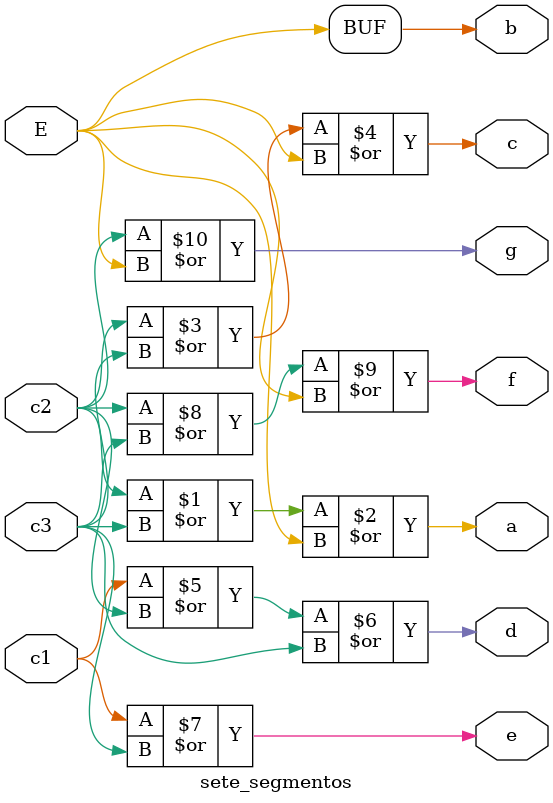
<source format=v>
module sete_segmentos(c1,c2,c3,E,a,b,c,d,e,f,g);
      input c1,c2,c3,E;
      output a,b,c,d,e,f,g;
      or(a,c2,c3,E);
      assign b = E;
      or(c,c2,c3,E);
      or(d,c1,c2,c3);
      or(e,c1,c3);
      or(f,c2,c3,E);
      or(g,c2,E);
endmodule 

</source>
